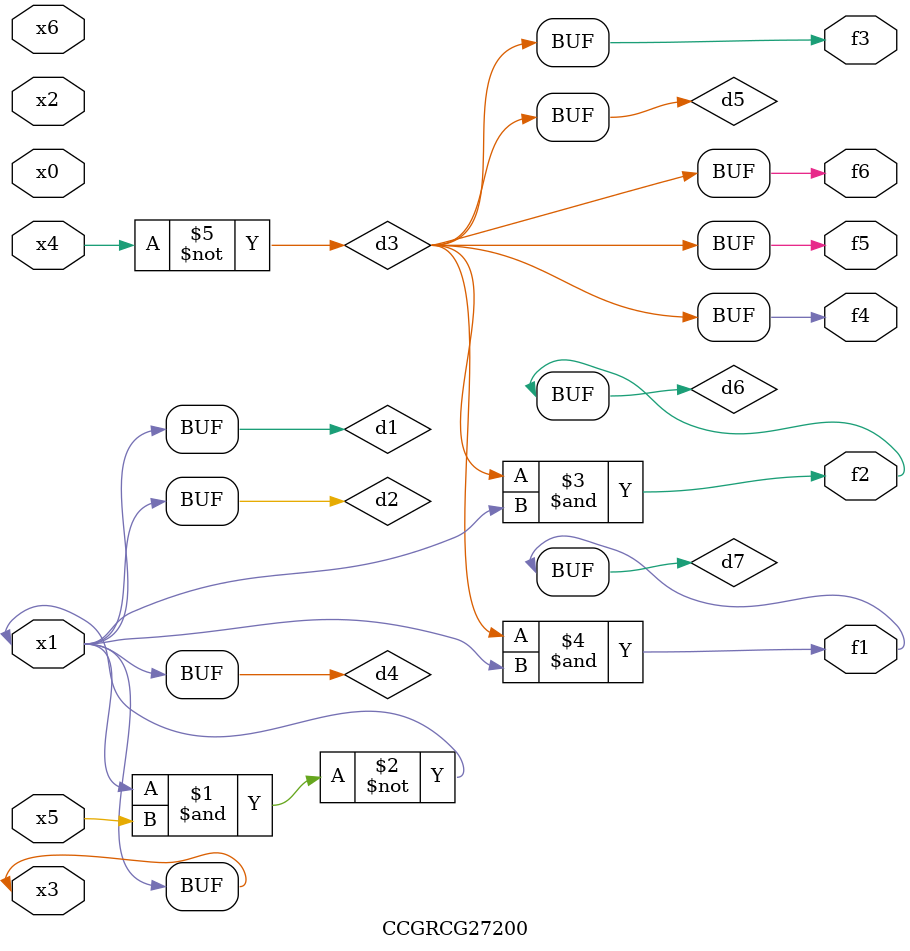
<source format=v>
module CCGRCG27200(
	input x0, x1, x2, x3, x4, x5, x6,
	output f1, f2, f3, f4, f5, f6
);

	wire d1, d2, d3, d4, d5, d6, d7;

	buf (d1, x1, x3);
	nand (d2, x1, x5);
	not (d3, x4);
	buf (d4, d1, d2);
	buf (d5, d3);
	and (d6, d3, d4);
	and (d7, d3, d4);
	assign f1 = d7;
	assign f2 = d6;
	assign f3 = d5;
	assign f4 = d5;
	assign f5 = d5;
	assign f6 = d5;
endmodule

</source>
